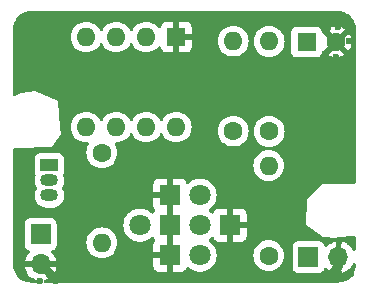
<source format=gbr>
%TF.GenerationSoftware,KiCad,Pcbnew,8.0.5*%
%TF.CreationDate,2025-07-29T10:24:45+02:00*%
%TF.ProjectId,LED_FADER,4c45445f-4641-4444-9552-2e6b69636164,rev?*%
%TF.SameCoordinates,Original*%
%TF.FileFunction,Copper,L2,Bot*%
%TF.FilePolarity,Positive*%
%FSLAX46Y46*%
G04 Gerber Fmt 4.6, Leading zero omitted, Abs format (unit mm)*
G04 Created by KiCad (PCBNEW 8.0.5) date 2025-07-29 10:24:45*
%MOMM*%
%LPD*%
G01*
G04 APERTURE LIST*
%TA.AperFunction,ComponentPad*%
%ADD10R,1.500000X1.050000*%
%TD*%
%TA.AperFunction,ComponentPad*%
%ADD11O,1.500000X1.050000*%
%TD*%
%TA.AperFunction,ComponentPad*%
%ADD12C,1.600000*%
%TD*%
%TA.AperFunction,ComponentPad*%
%ADD13O,1.600000X1.600000*%
%TD*%
%TA.AperFunction,ComponentPad*%
%ADD14R,1.800000X1.800000*%
%TD*%
%TA.AperFunction,ComponentPad*%
%ADD15C,1.800000*%
%TD*%
%TA.AperFunction,ComponentPad*%
%ADD16R,1.600000X1.600000*%
%TD*%
%TA.AperFunction,ComponentPad*%
%ADD17R,1.700000X1.700000*%
%TD*%
%TA.AperFunction,ComponentPad*%
%ADD18O,1.700000X1.700000*%
%TD*%
%TA.AperFunction,ViaPad*%
%ADD19C,0.600000*%
%TD*%
%TA.AperFunction,Conductor*%
%ADD20C,0.750000*%
%TD*%
G04 APERTURE END LIST*
D10*
%TO.P,U2,1,VO*%
%TO.N,Net-(U2-VO)*%
X125940000Y-89540000D03*
D11*
%TO.P,U2,2,GND*%
%TO.N,Net-(U1-THR)*%
X125940000Y-90810000D03*
%TO.P,U2,3,VI*%
%TO.N,VCC*%
X125940000Y-92080000D03*
%TD*%
D12*
%TO.P,R3,1*%
%TO.N,Net-(U1-DIS)*%
X141510000Y-86630000D03*
D13*
%TO.P,R3,2*%
%TO.N,Net-(U1-THR)*%
X141510000Y-79010000D03*
%TD*%
D14*
%TO.P,D4,1,K*%
%TO.N,GND*%
X141235000Y-94610000D03*
D15*
%TO.P,D4,2,A*%
%TO.N,Net-(D1-A)*%
X138695000Y-94610000D03*
%TD*%
D12*
%TO.P,R1,1*%
%TO.N,VCC*%
X144550000Y-86660000D03*
D13*
%TO.P,R1,2*%
%TO.N,Net-(U1-Q)*%
X144550000Y-79040000D03*
%TD*%
D14*
%TO.P,D3,1,K*%
%TO.N,GND*%
X136155000Y-94610000D03*
D15*
%TO.P,D3,2,A*%
%TO.N,Net-(D1-A)*%
X133615000Y-94610000D03*
%TD*%
D16*
%TO.P,U1,1,GND*%
%TO.N,GND*%
X136680000Y-78670000D03*
D13*
%TO.P,U1,2,TR*%
%TO.N,Net-(U1-THR)*%
X134140000Y-78670000D03*
%TO.P,U1,3,Q*%
%TO.N,Net-(U1-Q)*%
X131600000Y-78670000D03*
%TO.P,U1,4,R*%
%TO.N,VCC*%
X129060000Y-78670000D03*
%TO.P,U1,5,CV*%
%TO.N,unconnected-(U1-CV-Pad5)*%
X129060000Y-86290000D03*
%TO.P,U1,6,THR*%
%TO.N,Net-(U1-THR)*%
X131600000Y-86290000D03*
%TO.P,U1,7,DIS*%
%TO.N,Net-(U1-DIS)*%
X134140000Y-86290000D03*
%TO.P,U1,8,VCC*%
%TO.N,VCC*%
X136680000Y-86290000D03*
%TD*%
D12*
%TO.P,R4,1*%
%TO.N,Net-(U2-VO)*%
X130380000Y-88470000D03*
D13*
%TO.P,R4,2*%
%TO.N,Net-(D1-A)*%
X130380000Y-96090000D03*
%TD*%
D16*
%TO.P,C1,1*%
%TO.N,Net-(U1-THR)*%
X147720000Y-79090000D03*
D12*
%TO.P,C1,2*%
%TO.N,GND*%
X150220000Y-79090000D03*
%TD*%
D17*
%TO.P,J2,1,Pin_1*%
%TO.N,VCC*%
X147880000Y-97300000D03*
D18*
%TO.P,J2,2,Pin_2*%
%TO.N,GND*%
X150420000Y-97300000D03*
%TD*%
D14*
%TO.P,D1,1,K*%
%TO.N,GND*%
X136155000Y-92070000D03*
D15*
%TO.P,D1,2,A*%
%TO.N,Net-(D1-A)*%
X138695000Y-92070000D03*
%TD*%
D14*
%TO.P,D2,1,K*%
%TO.N,GND*%
X136155000Y-97150000D03*
D15*
%TO.P,D2,2,A*%
%TO.N,Net-(D1-A)*%
X138695000Y-97150000D03*
%TD*%
D12*
%TO.P,R2,1*%
%TO.N,VCC*%
X144510000Y-97180000D03*
D13*
%TO.P,R2,2*%
%TO.N,Net-(U1-DIS)*%
X144510000Y-89560000D03*
%TD*%
D17*
%TO.P,J3,1,Pin_1*%
%TO.N,VCC*%
X125200000Y-95375000D03*
D18*
%TO.P,J3,2,Pin_2*%
%TO.N,GND*%
X125200000Y-97915000D03*
%TD*%
D19*
%TO.N,GND*%
X150370000Y-77840000D03*
X150440000Y-96020000D03*
X149710000Y-95980000D03*
X151150000Y-80090000D03*
X150425000Y-98680000D03*
X151350000Y-79020000D03*
X149570000Y-77930000D03*
X151200000Y-78060000D03*
X123630000Y-97970000D03*
X151455000Y-98700000D03*
X150240000Y-80360000D03*
X125120000Y-99350000D03*
X151430000Y-96020000D03*
X123910000Y-99080000D03*
X126520000Y-99330000D03*
X126770000Y-97960000D03*
X149615000Y-98900000D03*
%TD*%
D20*
%TO.N,GND*%
X150420000Y-98095000D02*
X150420000Y-97300000D01*
X149525000Y-98990000D02*
X150420000Y-98095000D01*
X125200000Y-97915000D02*
X126275000Y-98990000D01*
X150425000Y-97305000D02*
X150420000Y-97300000D01*
X126275000Y-98990000D02*
X149525000Y-98990000D01*
%TD*%
%TA.AperFunction,Conductor*%
%TO.N,GND*%
G36*
X136405000Y-96774722D02*
G01*
X136328694Y-96730667D01*
X136214244Y-96700000D01*
X136095756Y-96700000D01*
X135981306Y-96730667D01*
X135905000Y-96774722D01*
X135905000Y-94985277D01*
X135981306Y-95029333D01*
X136095756Y-95060000D01*
X136214244Y-95060000D01*
X136328694Y-95029333D01*
X136405000Y-94985277D01*
X136405000Y-96774722D01*
G37*
%TD.AperFunction*%
%TA.AperFunction,Conductor*%
G36*
X136405000Y-94234722D02*
G01*
X136328694Y-94190667D01*
X136214244Y-94160000D01*
X136095756Y-94160000D01*
X135981306Y-94190667D01*
X135905000Y-94234722D01*
X135905000Y-92445277D01*
X135981306Y-92489333D01*
X136095756Y-92520000D01*
X136214244Y-92520000D01*
X136328694Y-92489333D01*
X136405000Y-92445277D01*
X136405000Y-94234722D01*
G37*
%TD.AperFunction*%
%TA.AperFunction,Conductor*%
G36*
X150384418Y-76460816D02*
G01*
X150584561Y-76475130D01*
X150602063Y-76477647D01*
X150793797Y-76519355D01*
X150810755Y-76524334D01*
X150994609Y-76592909D01*
X151010701Y-76600259D01*
X151182904Y-76694288D01*
X151197784Y-76703849D01*
X151354867Y-76821441D01*
X151368237Y-76833027D01*
X151506972Y-76971762D01*
X151518558Y-76985132D01*
X151636146Y-77142210D01*
X151645711Y-77157095D01*
X151739740Y-77329298D01*
X151747090Y-77345390D01*
X151815662Y-77529236D01*
X151820646Y-77546212D01*
X151862351Y-77737931D01*
X151864869Y-77755442D01*
X151879184Y-77955580D01*
X151879500Y-77964427D01*
X151879500Y-90981174D01*
X151859815Y-91048213D01*
X151807011Y-91093968D01*
X151755933Y-91105173D01*
X149011407Y-91114746D01*
X149011406Y-91114746D01*
X147771548Y-92425270D01*
X147771548Y-92425272D01*
X147632288Y-94559727D01*
X147632289Y-94559727D01*
X147632289Y-94559728D01*
X149063916Y-95557827D01*
X149109075Y-95589311D01*
X149109078Y-95589313D01*
X149515611Y-95634430D01*
X149873652Y-95674166D01*
X149873656Y-95674165D01*
X149873661Y-95674166D01*
X151490102Y-95536595D01*
X151744985Y-95514903D01*
X151813452Y-95528831D01*
X151863520Y-95577565D01*
X151879500Y-95638456D01*
X151879500Y-96676208D01*
X151859815Y-96743247D01*
X151807011Y-96789002D01*
X151737853Y-96798946D01*
X151674297Y-96769921D01*
X151643118Y-96728613D01*
X151593600Y-96622422D01*
X151593599Y-96622420D01*
X151458113Y-96428926D01*
X151458108Y-96428920D01*
X151291082Y-96261894D01*
X151097578Y-96126399D01*
X150883492Y-96026570D01*
X150883486Y-96026567D01*
X150670000Y-95969364D01*
X150670000Y-96866988D01*
X150612993Y-96834075D01*
X150485826Y-96800000D01*
X150354174Y-96800000D01*
X150227007Y-96834075D01*
X150170000Y-96866988D01*
X150170000Y-95969364D01*
X150169999Y-95969364D01*
X149956513Y-96026567D01*
X149956507Y-96026570D01*
X149742422Y-96126399D01*
X149742420Y-96126400D01*
X149548926Y-96261886D01*
X149426865Y-96383947D01*
X149365542Y-96417431D01*
X149295850Y-96412447D01*
X149239917Y-96370575D01*
X149223002Y-96339598D01*
X149220348Y-96332483D01*
X149173796Y-96207669D01*
X149173795Y-96207668D01*
X149173793Y-96207664D01*
X149087547Y-96092455D01*
X149087544Y-96092452D01*
X148972335Y-96006206D01*
X148972328Y-96006202D01*
X148837482Y-95955908D01*
X148837483Y-95955908D01*
X148777883Y-95949501D01*
X148777881Y-95949500D01*
X148777873Y-95949500D01*
X148777864Y-95949500D01*
X146982129Y-95949500D01*
X146982123Y-95949501D01*
X146922516Y-95955908D01*
X146787671Y-96006202D01*
X146787664Y-96006206D01*
X146672455Y-96092452D01*
X146672452Y-96092455D01*
X146586206Y-96207664D01*
X146586202Y-96207671D01*
X146535908Y-96342517D01*
X146529501Y-96402116D01*
X146529500Y-96402135D01*
X146529500Y-98197870D01*
X146529501Y-98197876D01*
X146535908Y-98257483D01*
X146586202Y-98392328D01*
X146586206Y-98392335D01*
X146672452Y-98507544D01*
X146672455Y-98507547D01*
X146787664Y-98593793D01*
X146787671Y-98593797D01*
X146922517Y-98644091D01*
X146922516Y-98644091D01*
X146929444Y-98644835D01*
X146982127Y-98650500D01*
X148777872Y-98650499D01*
X148837483Y-98644091D01*
X148972331Y-98593796D01*
X149087546Y-98507546D01*
X149173796Y-98392331D01*
X149180713Y-98373787D01*
X149194021Y-98338105D01*
X149223002Y-98260401D01*
X149264872Y-98204468D01*
X149330337Y-98180050D01*
X149398610Y-98194901D01*
X149426865Y-98216053D01*
X149548917Y-98338105D01*
X149742421Y-98473600D01*
X149956507Y-98573429D01*
X149956516Y-98573433D01*
X150170000Y-98630634D01*
X150170000Y-97733012D01*
X150227007Y-97765925D01*
X150354174Y-97800000D01*
X150485826Y-97800000D01*
X150612993Y-97765925D01*
X150670000Y-97733012D01*
X150670000Y-98630633D01*
X150883483Y-98573433D01*
X150883492Y-98573429D01*
X151097578Y-98473600D01*
X151291082Y-98338105D01*
X151458105Y-98171082D01*
X151593600Y-97977577D01*
X151593601Y-97977575D01*
X151643118Y-97871387D01*
X151689290Y-97818947D01*
X151756483Y-97799795D01*
X151823365Y-97820011D01*
X151868699Y-97873176D01*
X151879500Y-97923791D01*
X151879500Y-97955572D01*
X151879184Y-97964419D01*
X151864869Y-98164557D01*
X151862351Y-98182068D01*
X151820646Y-98373787D01*
X151815662Y-98390763D01*
X151747090Y-98574609D01*
X151739740Y-98590701D01*
X151645711Y-98762904D01*
X151636146Y-98777789D01*
X151518558Y-98934867D01*
X151506972Y-98948237D01*
X151368237Y-99086972D01*
X151354867Y-99098558D01*
X151197789Y-99216146D01*
X151182904Y-99225711D01*
X151010701Y-99319740D01*
X150994609Y-99327090D01*
X150810763Y-99395662D01*
X150793787Y-99400646D01*
X150602068Y-99442351D01*
X150584557Y-99444869D01*
X150403779Y-99457799D01*
X150384417Y-99459184D01*
X150375572Y-99459500D01*
X125593722Y-99459500D01*
X125526683Y-99439815D01*
X125480928Y-99387011D01*
X125470984Y-99317853D01*
X125500009Y-99254297D01*
X125558787Y-99216523D01*
X125561629Y-99215725D01*
X125663483Y-99188433D01*
X125663492Y-99188429D01*
X125877578Y-99088600D01*
X126071082Y-98953105D01*
X126238105Y-98786082D01*
X126373600Y-98592578D01*
X126473429Y-98378492D01*
X126473432Y-98378486D01*
X126530636Y-98165000D01*
X125633012Y-98165000D01*
X125665925Y-98107993D01*
X125700000Y-97980826D01*
X125700000Y-97849174D01*
X125665925Y-97722007D01*
X125633012Y-97665000D01*
X126530636Y-97665000D01*
X126530635Y-97664999D01*
X126473432Y-97451513D01*
X126473429Y-97451507D01*
X126373600Y-97237422D01*
X126373599Y-97237420D01*
X126238113Y-97043926D01*
X126238108Y-97043920D01*
X126116053Y-96921865D01*
X126082568Y-96860542D01*
X126087552Y-96790850D01*
X126129424Y-96734917D01*
X126160400Y-96718002D01*
X126249847Y-96684641D01*
X126292326Y-96668798D01*
X126292326Y-96668797D01*
X126292331Y-96668796D01*
X126407546Y-96582546D01*
X126493796Y-96467331D01*
X126544091Y-96332483D01*
X126550500Y-96272873D01*
X126550500Y-96089998D01*
X129074532Y-96089998D01*
X129074532Y-96090001D01*
X129094364Y-96316686D01*
X129094366Y-96316697D01*
X129153258Y-96536488D01*
X129153261Y-96536497D01*
X129249431Y-96742732D01*
X129249432Y-96742734D01*
X129379954Y-96929141D01*
X129540858Y-97090045D01*
X129565083Y-97107007D01*
X129727266Y-97220568D01*
X129933504Y-97316739D01*
X129933509Y-97316740D01*
X129933511Y-97316741D01*
X129986415Y-97330916D01*
X130153308Y-97375635D01*
X130315230Y-97389801D01*
X130379998Y-97395468D01*
X130380000Y-97395468D01*
X130380002Y-97395468D01*
X130436673Y-97390509D01*
X130606692Y-97375635D01*
X130826496Y-97316739D01*
X131032734Y-97220568D01*
X131219139Y-97090047D01*
X131380047Y-96929139D01*
X131510568Y-96742734D01*
X131606739Y-96536496D01*
X131665635Y-96316692D01*
X131685253Y-96092454D01*
X131685468Y-96090001D01*
X131685468Y-96089998D01*
X131674909Y-95969313D01*
X131665635Y-95863308D01*
X131606739Y-95643504D01*
X131510568Y-95437266D01*
X131380047Y-95250861D01*
X131380045Y-95250858D01*
X131219141Y-95089954D01*
X131032734Y-94959432D01*
X131032732Y-94959431D01*
X130826497Y-94863261D01*
X130826488Y-94863258D01*
X130606697Y-94804366D01*
X130606693Y-94804365D01*
X130606692Y-94804365D01*
X130606691Y-94804364D01*
X130606686Y-94804364D01*
X130380002Y-94784532D01*
X130379998Y-94784532D01*
X130153313Y-94804364D01*
X130153302Y-94804366D01*
X129933511Y-94863258D01*
X129933502Y-94863261D01*
X129727267Y-94959431D01*
X129727265Y-94959432D01*
X129540858Y-95089954D01*
X129379954Y-95250858D01*
X129249432Y-95437265D01*
X129249431Y-95437267D01*
X129153261Y-95643502D01*
X129153258Y-95643511D01*
X129094366Y-95863302D01*
X129094364Y-95863313D01*
X129074532Y-96089998D01*
X126550500Y-96089998D01*
X126550499Y-94609993D01*
X132209700Y-94609993D01*
X132209700Y-94610006D01*
X132228864Y-94841297D01*
X132228866Y-94841308D01*
X132285842Y-95066300D01*
X132379075Y-95278848D01*
X132506016Y-95473147D01*
X132506019Y-95473151D01*
X132506021Y-95473153D01*
X132663216Y-95643913D01*
X132663219Y-95643915D01*
X132663222Y-95643918D01*
X132846365Y-95786464D01*
X132846371Y-95786468D01*
X132846374Y-95786470D01*
X133050497Y-95896936D01*
X133121010Y-95921143D01*
X133270015Y-95972297D01*
X133270017Y-95972297D01*
X133270019Y-95972298D01*
X133498951Y-96010500D01*
X133498952Y-96010500D01*
X133731048Y-96010500D01*
X133731049Y-96010500D01*
X133959981Y-95972298D01*
X134179503Y-95896936D01*
X134383626Y-95786470D01*
X134389182Y-95782146D01*
X134526740Y-95675080D01*
X134566784Y-95643913D01*
X134575511Y-95634432D01*
X134635394Y-95598441D01*
X134705232Y-95600538D01*
X134762850Y-95640060D01*
X134782924Y-95675080D01*
X134811645Y-95752086D01*
X134811647Y-95752088D01*
X134851772Y-95805689D01*
X134876189Y-95871153D01*
X134861338Y-95939426D01*
X134851772Y-95954311D01*
X134811647Y-96007911D01*
X134811645Y-96007913D01*
X134761403Y-96142620D01*
X134761401Y-96142627D01*
X134755000Y-96202155D01*
X134755000Y-96900000D01*
X135779722Y-96900000D01*
X135735667Y-96976306D01*
X135705000Y-97090756D01*
X135705000Y-97209244D01*
X135735667Y-97323694D01*
X135779722Y-97400000D01*
X134755000Y-97400000D01*
X134755000Y-98097844D01*
X134761401Y-98157372D01*
X134761403Y-98157379D01*
X134811645Y-98292086D01*
X134811649Y-98292093D01*
X134897809Y-98407187D01*
X134897812Y-98407190D01*
X135012906Y-98493350D01*
X135012913Y-98493354D01*
X135147620Y-98543596D01*
X135147627Y-98543598D01*
X135207155Y-98549999D01*
X135207172Y-98550000D01*
X135905000Y-98550000D01*
X135905000Y-97525277D01*
X135981306Y-97569333D01*
X136095756Y-97600000D01*
X136214244Y-97600000D01*
X136328694Y-97569333D01*
X136405000Y-97525277D01*
X136405000Y-98550000D01*
X137102828Y-98550000D01*
X137102844Y-98549999D01*
X137162372Y-98543598D01*
X137162379Y-98543596D01*
X137297086Y-98493354D01*
X137297093Y-98493350D01*
X137412187Y-98407190D01*
X137412190Y-98407187D01*
X137498350Y-98292093D01*
X137498355Y-98292084D01*
X137527075Y-98215081D01*
X137568945Y-98159147D01*
X137634409Y-98134729D01*
X137702682Y-98149580D01*
X137734484Y-98174428D01*
X137743216Y-98183913D01*
X137743219Y-98183915D01*
X137743222Y-98183918D01*
X137926365Y-98326464D01*
X137926371Y-98326468D01*
X137926374Y-98326470D01*
X138130497Y-98436936D01*
X138237296Y-98473600D01*
X138350015Y-98512297D01*
X138350017Y-98512297D01*
X138350019Y-98512298D01*
X138578951Y-98550500D01*
X138578952Y-98550500D01*
X138811048Y-98550500D01*
X138811049Y-98550500D01*
X139039981Y-98512298D01*
X139259503Y-98436936D01*
X139463626Y-98326470D01*
X139646784Y-98183913D01*
X139803979Y-98013153D01*
X139930924Y-97818849D01*
X140024157Y-97606300D01*
X140081134Y-97381305D01*
X140086484Y-97316738D01*
X140097815Y-97179998D01*
X143204532Y-97179998D01*
X143204532Y-97180001D01*
X143224364Y-97406686D01*
X143224366Y-97406697D01*
X143283258Y-97626488D01*
X143283261Y-97626497D01*
X143379431Y-97832732D01*
X143379432Y-97832734D01*
X143509954Y-98019141D01*
X143670858Y-98180045D01*
X143670861Y-98180047D01*
X143857266Y-98310568D01*
X144063504Y-98406739D01*
X144063509Y-98406740D01*
X144063511Y-98406741D01*
X144116415Y-98420916D01*
X144283308Y-98465635D01*
X144445230Y-98479801D01*
X144509998Y-98485468D01*
X144510000Y-98485468D01*
X144510002Y-98485468D01*
X144566673Y-98480509D01*
X144736692Y-98465635D01*
X144956496Y-98406739D01*
X145162734Y-98310568D01*
X145349139Y-98180047D01*
X145510047Y-98019139D01*
X145640568Y-97832734D01*
X145736739Y-97626496D01*
X145795635Y-97406692D01*
X145815468Y-97180000D01*
X145795635Y-96953308D01*
X145736739Y-96733504D01*
X145640568Y-96527266D01*
X145510047Y-96340861D01*
X145510045Y-96340858D01*
X145349141Y-96179954D01*
X145162734Y-96049432D01*
X145162732Y-96049431D01*
X144956497Y-95953261D01*
X144956488Y-95953258D01*
X144736697Y-95894366D01*
X144736693Y-95894365D01*
X144736692Y-95894365D01*
X144736691Y-95894364D01*
X144736686Y-95894364D01*
X144510002Y-95874532D01*
X144509998Y-95874532D01*
X144283313Y-95894364D01*
X144283302Y-95894366D01*
X144063511Y-95953258D01*
X144063502Y-95953261D01*
X143857267Y-96049431D01*
X143857265Y-96049432D01*
X143670858Y-96179954D01*
X143509954Y-96340858D01*
X143379432Y-96527265D01*
X143379431Y-96527267D01*
X143283261Y-96733502D01*
X143283258Y-96733511D01*
X143224366Y-96953302D01*
X143224364Y-96953313D01*
X143204532Y-97179998D01*
X140097815Y-97179998D01*
X140100300Y-97150006D01*
X140100300Y-97149993D01*
X140081135Y-96918702D01*
X140081133Y-96918691D01*
X140024157Y-96693699D01*
X139930924Y-96481151D01*
X139803983Y-96286852D01*
X139803980Y-96286849D01*
X139803979Y-96286847D01*
X139646784Y-96116087D01*
X139469180Y-95977853D01*
X139428368Y-95921143D01*
X139424693Y-95851370D01*
X139459324Y-95790687D01*
X139469181Y-95782146D01*
X139646784Y-95643913D01*
X139655511Y-95634432D01*
X139715394Y-95598441D01*
X139785232Y-95600538D01*
X139842850Y-95640060D01*
X139862924Y-95675080D01*
X139891645Y-95752086D01*
X139891649Y-95752093D01*
X139977809Y-95867187D01*
X139977812Y-95867190D01*
X140092906Y-95953350D01*
X140092913Y-95953354D01*
X140227620Y-96003596D01*
X140227627Y-96003598D01*
X140287155Y-96009999D01*
X140287172Y-96010000D01*
X140985000Y-96010000D01*
X140985000Y-94985277D01*
X141061306Y-95029333D01*
X141175756Y-95060000D01*
X141294244Y-95060000D01*
X141408694Y-95029333D01*
X141485000Y-94985277D01*
X141485000Y-96010000D01*
X142182828Y-96010000D01*
X142182844Y-96009999D01*
X142242372Y-96003598D01*
X142242379Y-96003596D01*
X142377086Y-95953354D01*
X142377093Y-95953350D01*
X142492187Y-95867190D01*
X142492190Y-95867187D01*
X142578350Y-95752093D01*
X142578354Y-95752086D01*
X142628596Y-95617379D01*
X142628598Y-95617372D01*
X142634999Y-95557844D01*
X142635000Y-95557827D01*
X142635000Y-94860000D01*
X141610278Y-94860000D01*
X141654333Y-94783694D01*
X141685000Y-94669244D01*
X141685000Y-94550756D01*
X141654333Y-94436306D01*
X141610278Y-94360000D01*
X142635000Y-94360000D01*
X142635000Y-93662172D01*
X142634999Y-93662155D01*
X142628598Y-93602627D01*
X142628596Y-93602620D01*
X142578354Y-93467913D01*
X142578350Y-93467906D01*
X142492190Y-93352812D01*
X142492187Y-93352809D01*
X142377093Y-93266649D01*
X142377086Y-93266645D01*
X142242379Y-93216403D01*
X142242372Y-93216401D01*
X142182844Y-93210000D01*
X141485000Y-93210000D01*
X141485000Y-94234722D01*
X141408694Y-94190667D01*
X141294244Y-94160000D01*
X141175756Y-94160000D01*
X141061306Y-94190667D01*
X140985000Y-94234722D01*
X140985000Y-93210000D01*
X140287155Y-93210000D01*
X140227627Y-93216401D01*
X140227620Y-93216403D01*
X140092913Y-93266645D01*
X140092906Y-93266649D01*
X139977812Y-93352809D01*
X139977809Y-93352812D01*
X139891649Y-93467906D01*
X139891646Y-93467911D01*
X139862924Y-93544920D01*
X139821052Y-93600853D01*
X139755588Y-93625270D01*
X139687315Y-93610418D01*
X139655514Y-93585571D01*
X139646784Y-93576087D01*
X139469180Y-93437853D01*
X139428368Y-93381143D01*
X139424693Y-93311370D01*
X139459324Y-93250687D01*
X139469181Y-93242146D01*
X139646784Y-93103913D01*
X139803979Y-92933153D01*
X139930924Y-92738849D01*
X140024157Y-92526300D01*
X140081134Y-92301305D01*
X140091102Y-92181007D01*
X140100300Y-92070006D01*
X140100300Y-92069993D01*
X140081135Y-91838702D01*
X140081133Y-91838691D01*
X140024157Y-91613699D01*
X139930924Y-91401151D01*
X139803983Y-91206852D01*
X139803980Y-91206849D01*
X139803979Y-91206847D01*
X139646784Y-91036087D01*
X139646779Y-91036083D01*
X139646777Y-91036081D01*
X139463634Y-90893535D01*
X139463628Y-90893531D01*
X139259504Y-90783064D01*
X139259495Y-90783061D01*
X139039984Y-90707702D01*
X138852404Y-90676401D01*
X138811049Y-90669500D01*
X138578951Y-90669500D01*
X138537596Y-90676401D01*
X138350015Y-90707702D01*
X138130504Y-90783061D01*
X138130495Y-90783064D01*
X137926371Y-90893531D01*
X137926365Y-90893535D01*
X137743222Y-91036081D01*
X137743215Y-91036087D01*
X137734484Y-91045572D01*
X137674595Y-91081561D01*
X137604757Y-91079458D01*
X137547143Y-91039932D01*
X137527075Y-91004918D01*
X137498355Y-90927915D01*
X137498350Y-90927906D01*
X137412190Y-90812812D01*
X137412187Y-90812809D01*
X137297093Y-90726649D01*
X137297086Y-90726645D01*
X137162379Y-90676403D01*
X137162372Y-90676401D01*
X137102844Y-90670000D01*
X136405000Y-90670000D01*
X136405000Y-91694722D01*
X136328694Y-91650667D01*
X136214244Y-91620000D01*
X136095756Y-91620000D01*
X135981306Y-91650667D01*
X135905000Y-91694722D01*
X135905000Y-90670000D01*
X135207155Y-90670000D01*
X135147627Y-90676401D01*
X135147620Y-90676403D01*
X135012913Y-90726645D01*
X135012906Y-90726649D01*
X134897812Y-90812809D01*
X134897809Y-90812812D01*
X134811649Y-90927906D01*
X134811645Y-90927913D01*
X134761403Y-91062620D01*
X134761401Y-91062627D01*
X134755000Y-91122155D01*
X134755000Y-91820000D01*
X135779722Y-91820000D01*
X135735667Y-91896306D01*
X135705000Y-92010756D01*
X135705000Y-92129244D01*
X135735667Y-92243694D01*
X135779722Y-92320000D01*
X134755000Y-92320000D01*
X134755000Y-93017844D01*
X134761401Y-93077372D01*
X134761403Y-93077379D01*
X134811645Y-93212086D01*
X134811647Y-93212088D01*
X134851772Y-93265689D01*
X134876189Y-93331153D01*
X134861338Y-93399426D01*
X134851772Y-93414311D01*
X134811647Y-93467911D01*
X134811646Y-93467911D01*
X134782924Y-93544920D01*
X134741052Y-93600853D01*
X134675588Y-93625270D01*
X134607315Y-93610418D01*
X134575514Y-93585571D01*
X134566784Y-93576087D01*
X134566779Y-93576083D01*
X134566777Y-93576081D01*
X134383634Y-93433535D01*
X134383628Y-93433531D01*
X134179504Y-93323064D01*
X134179495Y-93323061D01*
X133959984Y-93247702D01*
X133772404Y-93216401D01*
X133731049Y-93209500D01*
X133498951Y-93209500D01*
X133457596Y-93216401D01*
X133270015Y-93247702D01*
X133050504Y-93323061D01*
X133050495Y-93323064D01*
X132846371Y-93433531D01*
X132846365Y-93433535D01*
X132663222Y-93576081D01*
X132663219Y-93576084D01*
X132663216Y-93576086D01*
X132663216Y-93576087D01*
X132638791Y-93602620D01*
X132506016Y-93746852D01*
X132379075Y-93941151D01*
X132285842Y-94153699D01*
X132228866Y-94378691D01*
X132228864Y-94378702D01*
X132209700Y-94609993D01*
X126550499Y-94609993D01*
X126550499Y-94477128D01*
X126544091Y-94417517D01*
X126529611Y-94378695D01*
X126493797Y-94282671D01*
X126493793Y-94282664D01*
X126407547Y-94167455D01*
X126407544Y-94167452D01*
X126292335Y-94081206D01*
X126292328Y-94081202D01*
X126157482Y-94030908D01*
X126157483Y-94030908D01*
X126097883Y-94024501D01*
X126097881Y-94024500D01*
X126097873Y-94024500D01*
X126097864Y-94024500D01*
X124302129Y-94024500D01*
X124302123Y-94024501D01*
X124242516Y-94030908D01*
X124107671Y-94081202D01*
X124107664Y-94081206D01*
X123992455Y-94167452D01*
X123992452Y-94167455D01*
X123906206Y-94282664D01*
X123906202Y-94282671D01*
X123855908Y-94417517D01*
X123849501Y-94477116D01*
X123849501Y-94477123D01*
X123849500Y-94477135D01*
X123849500Y-96272870D01*
X123849501Y-96272876D01*
X123855908Y-96332483D01*
X123906202Y-96467328D01*
X123906206Y-96467335D01*
X123992452Y-96582544D01*
X123992455Y-96582547D01*
X124107664Y-96668793D01*
X124107671Y-96668797D01*
X124169902Y-96692007D01*
X124239598Y-96718002D01*
X124295531Y-96759873D01*
X124319949Y-96825337D01*
X124305098Y-96893610D01*
X124283947Y-96921865D01*
X124161886Y-97043926D01*
X124026400Y-97237420D01*
X124026399Y-97237422D01*
X123926570Y-97451507D01*
X123926567Y-97451513D01*
X123869364Y-97664999D01*
X123869364Y-97665000D01*
X124766988Y-97665000D01*
X124734075Y-97722007D01*
X124700000Y-97849174D01*
X124700000Y-97980826D01*
X124734075Y-98107993D01*
X124766988Y-98165000D01*
X123869364Y-98165000D01*
X123926567Y-98378486D01*
X123926570Y-98378492D01*
X124026399Y-98592578D01*
X124161894Y-98786082D01*
X124328917Y-98953105D01*
X124522421Y-99088600D01*
X124736507Y-99188429D01*
X124736516Y-99188433D01*
X124838371Y-99215725D01*
X124898032Y-99252090D01*
X124928561Y-99314937D01*
X124920266Y-99384312D01*
X124875781Y-99438190D01*
X124809229Y-99459465D01*
X124806278Y-99459500D01*
X124384428Y-99459500D01*
X124375582Y-99459184D01*
X124353622Y-99457613D01*
X124175442Y-99444869D01*
X124157931Y-99442351D01*
X123966212Y-99400646D01*
X123949236Y-99395662D01*
X123765390Y-99327090D01*
X123749298Y-99319740D01*
X123577095Y-99225711D01*
X123562210Y-99216146D01*
X123405132Y-99098558D01*
X123391762Y-99086972D01*
X123253027Y-98948237D01*
X123241441Y-98934867D01*
X123123849Y-98777784D01*
X123114288Y-98762904D01*
X123020259Y-98590701D01*
X123012909Y-98574609D01*
X122989668Y-98512298D01*
X122944334Y-98390755D01*
X122939355Y-98373797D01*
X122897647Y-98182063D01*
X122895130Y-98164556D01*
X122894743Y-98159147D01*
X122880816Y-97964418D01*
X122880500Y-97955572D01*
X122880500Y-88967135D01*
X124689500Y-88967135D01*
X124689500Y-90112870D01*
X124689501Y-90112876D01*
X124695908Y-90172483D01*
X124746202Y-90307328D01*
X124746203Y-90307330D01*
X124746204Y-90307331D01*
X124747028Y-90308432D01*
X124747509Y-90309721D01*
X124750454Y-90315114D01*
X124749678Y-90315537D01*
X124771448Y-90373895D01*
X124762325Y-90430198D01*
X124728910Y-90510868D01*
X124728907Y-90510880D01*
X124689500Y-90708992D01*
X124689500Y-90911007D01*
X124728907Y-91109119D01*
X124728909Y-91109127D01*
X124806213Y-91295755D01*
X124859904Y-91376109D01*
X124880782Y-91442787D01*
X124862297Y-91510167D01*
X124859904Y-91513891D01*
X124806213Y-91594244D01*
X124728909Y-91780872D01*
X124728907Y-91780880D01*
X124689500Y-91978992D01*
X124689500Y-92181007D01*
X124728907Y-92379119D01*
X124728909Y-92379127D01*
X124806212Y-92565752D01*
X124806217Y-92565762D01*
X124918441Y-92733718D01*
X125061281Y-92876558D01*
X125229237Y-92988782D01*
X125229241Y-92988784D01*
X125229244Y-92988786D01*
X125415873Y-93066091D01*
X125558344Y-93094430D01*
X125613992Y-93105499D01*
X125613996Y-93105500D01*
X125613997Y-93105500D01*
X126266004Y-93105500D01*
X126266005Y-93105499D01*
X126464127Y-93066091D01*
X126650756Y-92988786D01*
X126818718Y-92876558D01*
X126961558Y-92733718D01*
X127073786Y-92565756D01*
X127151091Y-92379127D01*
X127190500Y-92181003D01*
X127190500Y-91978997D01*
X127151091Y-91780873D01*
X127073786Y-91594244D01*
X127020094Y-91513889D01*
X126999217Y-91447214D01*
X127017701Y-91379834D01*
X127020078Y-91376134D01*
X127073786Y-91295756D01*
X127151091Y-91109127D01*
X127190500Y-90911003D01*
X127190500Y-90708997D01*
X127151091Y-90510873D01*
X127117673Y-90430198D01*
X127110205Y-90360730D01*
X127129964Y-90315340D01*
X127129547Y-90315112D01*
X127132095Y-90310444D01*
X127132972Y-90308431D01*
X127133796Y-90307331D01*
X127184091Y-90172483D01*
X127190500Y-90112873D01*
X127190499Y-88967128D01*
X127184091Y-88907517D01*
X127183997Y-88907266D01*
X127133797Y-88772671D01*
X127133793Y-88772664D01*
X127047547Y-88657455D01*
X127047544Y-88657452D01*
X126932335Y-88571206D01*
X126932328Y-88571202D01*
X126797482Y-88520908D01*
X126797483Y-88520908D01*
X126737883Y-88514501D01*
X126737881Y-88514500D01*
X126737873Y-88514500D01*
X126737864Y-88514500D01*
X125142129Y-88514500D01*
X125142123Y-88514501D01*
X125082516Y-88520908D01*
X124947671Y-88571202D01*
X124947664Y-88571206D01*
X124832455Y-88657452D01*
X124832452Y-88657455D01*
X124746206Y-88772664D01*
X124746202Y-88772671D01*
X124695908Y-88907517D01*
X124689501Y-88967116D01*
X124689501Y-88967123D01*
X124689500Y-88967135D01*
X122880500Y-88967135D01*
X122880500Y-88212445D01*
X122900185Y-88145406D01*
X122952989Y-88099651D01*
X122999969Y-88088528D01*
X126189185Y-87971993D01*
X126924175Y-86859384D01*
X126871243Y-86289998D01*
X127754532Y-86289998D01*
X127754532Y-86290001D01*
X127774364Y-86516686D01*
X127774366Y-86516697D01*
X127833258Y-86736488D01*
X127833261Y-86736497D01*
X127929431Y-86942732D01*
X127929432Y-86942734D01*
X128059954Y-87129141D01*
X128220858Y-87290045D01*
X128220861Y-87290047D01*
X128407266Y-87420568D01*
X128613504Y-87516739D01*
X128833308Y-87575635D01*
X128995230Y-87589801D01*
X129059998Y-87595468D01*
X129060000Y-87595468D01*
X129060001Y-87595468D01*
X129072547Y-87594370D01*
X129162328Y-87586515D01*
X129230826Y-87600281D01*
X129281009Y-87648896D01*
X129296943Y-87716925D01*
X129274710Y-87781165D01*
X129249431Y-87817267D01*
X129153261Y-88023502D01*
X129153258Y-88023511D01*
X129094366Y-88243302D01*
X129094364Y-88243313D01*
X129074532Y-88469998D01*
X129074532Y-88470001D01*
X129094364Y-88696686D01*
X129094366Y-88696697D01*
X129153258Y-88916488D01*
X129153261Y-88916497D01*
X129249431Y-89122732D01*
X129249432Y-89122734D01*
X129379954Y-89309141D01*
X129540858Y-89470045D01*
X129540861Y-89470047D01*
X129727266Y-89600568D01*
X129933504Y-89696739D01*
X130153308Y-89755635D01*
X130315230Y-89769801D01*
X130379998Y-89775468D01*
X130380000Y-89775468D01*
X130380002Y-89775468D01*
X130436673Y-89770509D01*
X130606692Y-89755635D01*
X130826496Y-89696739D01*
X131032734Y-89600568D01*
X131090674Y-89559998D01*
X143204532Y-89559998D01*
X143204532Y-89560001D01*
X143224364Y-89786686D01*
X143224366Y-89786697D01*
X143283258Y-90006488D01*
X143283261Y-90006497D01*
X143379431Y-90212732D01*
X143379432Y-90212734D01*
X143509954Y-90399141D01*
X143670858Y-90560045D01*
X143670861Y-90560047D01*
X143857266Y-90690568D01*
X144063504Y-90786739D01*
X144283308Y-90845635D01*
X144445230Y-90859801D01*
X144509998Y-90865468D01*
X144510000Y-90865468D01*
X144510002Y-90865468D01*
X144566673Y-90860509D01*
X144736692Y-90845635D01*
X144956496Y-90786739D01*
X145162734Y-90690568D01*
X145349139Y-90560047D01*
X145510047Y-90399139D01*
X145640568Y-90212734D01*
X145736739Y-90006496D01*
X145795635Y-89786692D01*
X145815468Y-89560000D01*
X145795635Y-89333308D01*
X145736739Y-89113504D01*
X145640568Y-88907266D01*
X145510047Y-88720861D01*
X145510045Y-88720858D01*
X145349141Y-88559954D01*
X145162734Y-88429432D01*
X145162732Y-88429431D01*
X144956497Y-88333261D01*
X144956488Y-88333258D01*
X144736697Y-88274366D01*
X144736693Y-88274365D01*
X144736692Y-88274365D01*
X144736691Y-88274364D01*
X144736686Y-88274364D01*
X144510002Y-88254532D01*
X144509998Y-88254532D01*
X144283313Y-88274364D01*
X144283302Y-88274366D01*
X144063511Y-88333258D01*
X144063502Y-88333261D01*
X143857267Y-88429431D01*
X143857265Y-88429432D01*
X143670858Y-88559954D01*
X143509954Y-88720858D01*
X143379432Y-88907265D01*
X143379431Y-88907267D01*
X143283261Y-89113502D01*
X143283258Y-89113511D01*
X143224366Y-89333302D01*
X143224364Y-89333313D01*
X143204532Y-89559998D01*
X131090674Y-89559998D01*
X131219139Y-89470047D01*
X131380047Y-89309139D01*
X131510568Y-89122734D01*
X131606739Y-88916496D01*
X131665635Y-88696692D01*
X131685468Y-88470000D01*
X131665635Y-88243308D01*
X131606739Y-88023504D01*
X131510568Y-87817266D01*
X131491814Y-87790483D01*
X131469489Y-87724280D01*
X131486499Y-87656513D01*
X131537447Y-87608700D01*
X131594586Y-87597698D01*
X131594586Y-87595468D01*
X131600002Y-87595468D01*
X131656673Y-87590509D01*
X131826692Y-87575635D01*
X132046496Y-87516739D01*
X132252734Y-87420568D01*
X132439139Y-87290047D01*
X132600047Y-87129139D01*
X132730568Y-86942734D01*
X132757618Y-86884724D01*
X132803790Y-86832285D01*
X132870983Y-86813133D01*
X132937865Y-86833348D01*
X132982381Y-86884724D01*
X132996517Y-86915038D01*
X133009429Y-86942728D01*
X133009432Y-86942734D01*
X133139954Y-87129141D01*
X133300858Y-87290045D01*
X133300861Y-87290047D01*
X133487266Y-87420568D01*
X133693504Y-87516739D01*
X133913308Y-87575635D01*
X134075230Y-87589801D01*
X134139998Y-87595468D01*
X134140000Y-87595468D01*
X134140002Y-87595468D01*
X134196673Y-87590509D01*
X134366692Y-87575635D01*
X134586496Y-87516739D01*
X134792734Y-87420568D01*
X134979139Y-87290047D01*
X135140047Y-87129139D01*
X135270568Y-86942734D01*
X135297618Y-86884724D01*
X135343790Y-86832285D01*
X135410983Y-86813133D01*
X135477865Y-86833348D01*
X135522381Y-86884724D01*
X135536517Y-86915038D01*
X135549429Y-86942728D01*
X135549432Y-86942734D01*
X135679954Y-87129141D01*
X135840858Y-87290045D01*
X135840861Y-87290047D01*
X136027266Y-87420568D01*
X136233504Y-87516739D01*
X136453308Y-87575635D01*
X136615230Y-87589801D01*
X136679998Y-87595468D01*
X136680000Y-87595468D01*
X136680002Y-87595468D01*
X136736673Y-87590509D01*
X136906692Y-87575635D01*
X137126496Y-87516739D01*
X137332734Y-87420568D01*
X137519139Y-87290047D01*
X137680047Y-87129139D01*
X137810568Y-86942734D01*
X137906739Y-86736496D01*
X137935275Y-86629998D01*
X140204532Y-86629998D01*
X140204532Y-86630001D01*
X140224364Y-86856686D01*
X140224366Y-86856697D01*
X140283258Y-87076488D01*
X140283261Y-87076497D01*
X140379431Y-87282732D01*
X140379432Y-87282734D01*
X140509954Y-87469141D01*
X140670858Y-87630045D01*
X140697780Y-87648896D01*
X140857266Y-87760568D01*
X141063504Y-87856739D01*
X141283308Y-87915635D01*
X141445230Y-87929801D01*
X141509998Y-87935468D01*
X141510000Y-87935468D01*
X141510002Y-87935468D01*
X141566673Y-87930509D01*
X141736692Y-87915635D01*
X141956496Y-87856739D01*
X142162734Y-87760568D01*
X142349139Y-87630047D01*
X142510047Y-87469139D01*
X142640568Y-87282734D01*
X142736739Y-87076496D01*
X142795635Y-86856692D01*
X142812844Y-86659998D01*
X143244532Y-86659998D01*
X143244532Y-86660001D01*
X143264364Y-86886686D01*
X143264366Y-86886697D01*
X143323258Y-87106488D01*
X143323261Y-87106497D01*
X143419431Y-87312732D01*
X143419432Y-87312734D01*
X143549954Y-87499141D01*
X143710858Y-87660045D01*
X143710861Y-87660047D01*
X143897266Y-87790568D01*
X144103504Y-87886739D01*
X144323308Y-87945635D01*
X144485230Y-87959801D01*
X144549998Y-87965468D01*
X144550000Y-87965468D01*
X144550002Y-87965468D01*
X144606673Y-87960509D01*
X144776692Y-87945635D01*
X144996496Y-87886739D01*
X145202734Y-87790568D01*
X145389139Y-87660047D01*
X145550047Y-87499139D01*
X145680568Y-87312734D01*
X145776739Y-87106496D01*
X145835635Y-86886692D01*
X145855468Y-86660000D01*
X145852843Y-86630001D01*
X145848035Y-86575042D01*
X145835635Y-86433308D01*
X145776739Y-86213504D01*
X145680568Y-86007266D01*
X145550047Y-85820861D01*
X145550045Y-85820858D01*
X145389141Y-85659954D01*
X145202734Y-85529432D01*
X145202732Y-85529431D01*
X144996497Y-85433261D01*
X144996488Y-85433258D01*
X144776697Y-85374366D01*
X144776693Y-85374365D01*
X144776692Y-85374365D01*
X144776691Y-85374364D01*
X144776686Y-85374364D01*
X144550002Y-85354532D01*
X144549998Y-85354532D01*
X144323313Y-85374364D01*
X144323302Y-85374366D01*
X144103511Y-85433258D01*
X144103502Y-85433261D01*
X143897267Y-85529431D01*
X143897265Y-85529432D01*
X143710858Y-85659954D01*
X143549954Y-85820858D01*
X143419432Y-86007265D01*
X143419431Y-86007267D01*
X143323261Y-86213502D01*
X143323258Y-86213511D01*
X143264366Y-86433302D01*
X143264364Y-86433313D01*
X143244532Y-86659998D01*
X142812844Y-86659998D01*
X142815468Y-86630000D01*
X142795635Y-86403308D01*
X142736739Y-86183504D01*
X142640568Y-85977266D01*
X142510047Y-85790861D01*
X142510045Y-85790858D01*
X142349141Y-85629954D01*
X142162734Y-85499432D01*
X142162732Y-85499431D01*
X141956497Y-85403261D01*
X141956488Y-85403258D01*
X141736697Y-85344366D01*
X141736693Y-85344365D01*
X141736692Y-85344365D01*
X141736691Y-85344364D01*
X141736686Y-85344364D01*
X141510002Y-85324532D01*
X141509998Y-85324532D01*
X141283313Y-85344364D01*
X141283302Y-85344366D01*
X141063511Y-85403258D01*
X141063502Y-85403261D01*
X140857267Y-85499431D01*
X140857265Y-85499432D01*
X140670858Y-85629954D01*
X140509954Y-85790858D01*
X140379432Y-85977265D01*
X140379431Y-85977267D01*
X140283261Y-86183502D01*
X140283258Y-86183511D01*
X140224366Y-86403302D01*
X140224364Y-86403313D01*
X140204532Y-86629998D01*
X137935275Y-86629998D01*
X137965635Y-86516692D01*
X137985468Y-86290000D01*
X137965635Y-86063308D01*
X137906739Y-85843504D01*
X137810568Y-85637266D01*
X137680047Y-85450861D01*
X137680045Y-85450858D01*
X137519141Y-85289954D01*
X137332734Y-85159432D01*
X137332732Y-85159431D01*
X137126497Y-85063261D01*
X137126488Y-85063258D01*
X136906697Y-85004366D01*
X136906693Y-85004365D01*
X136906692Y-85004365D01*
X136906691Y-85004364D01*
X136906686Y-85004364D01*
X136680002Y-84984532D01*
X136679998Y-84984532D01*
X136453313Y-85004364D01*
X136453302Y-85004366D01*
X136233511Y-85063258D01*
X136233502Y-85063261D01*
X136027267Y-85159431D01*
X136027265Y-85159432D01*
X135840858Y-85289954D01*
X135679954Y-85450858D01*
X135549432Y-85637265D01*
X135549431Y-85637267D01*
X135522382Y-85695275D01*
X135476209Y-85747714D01*
X135409016Y-85766866D01*
X135342135Y-85746650D01*
X135297618Y-85695275D01*
X135270568Y-85637266D01*
X135140047Y-85450861D01*
X135140045Y-85450858D01*
X134979141Y-85289954D01*
X134792734Y-85159432D01*
X134792732Y-85159431D01*
X134586497Y-85063261D01*
X134586488Y-85063258D01*
X134366697Y-85004366D01*
X134366693Y-85004365D01*
X134366692Y-85004365D01*
X134366691Y-85004364D01*
X134366686Y-85004364D01*
X134140002Y-84984532D01*
X134139998Y-84984532D01*
X133913313Y-85004364D01*
X133913302Y-85004366D01*
X133693511Y-85063258D01*
X133693502Y-85063261D01*
X133487267Y-85159431D01*
X133487265Y-85159432D01*
X133300858Y-85289954D01*
X133139954Y-85450858D01*
X133009432Y-85637265D01*
X133009431Y-85637267D01*
X132982382Y-85695275D01*
X132936209Y-85747714D01*
X132869016Y-85766866D01*
X132802135Y-85746650D01*
X132757618Y-85695275D01*
X132730568Y-85637266D01*
X132600047Y-85450861D01*
X132600045Y-85450858D01*
X132439141Y-85289954D01*
X132252734Y-85159432D01*
X132252732Y-85159431D01*
X132046497Y-85063261D01*
X132046488Y-85063258D01*
X131826697Y-85004366D01*
X131826693Y-85004365D01*
X131826692Y-85004365D01*
X131826691Y-85004364D01*
X131826686Y-85004364D01*
X131600002Y-84984532D01*
X131599998Y-84984532D01*
X131373313Y-85004364D01*
X131373302Y-85004366D01*
X131153511Y-85063258D01*
X131153502Y-85063261D01*
X130947267Y-85159431D01*
X130947265Y-85159432D01*
X130760858Y-85289954D01*
X130599954Y-85450858D01*
X130469432Y-85637265D01*
X130469431Y-85637267D01*
X130442382Y-85695275D01*
X130396209Y-85747714D01*
X130329016Y-85766866D01*
X130262135Y-85746650D01*
X130217618Y-85695275D01*
X130190568Y-85637266D01*
X130060047Y-85450861D01*
X130060045Y-85450858D01*
X129899141Y-85289954D01*
X129712734Y-85159432D01*
X129712732Y-85159431D01*
X129506497Y-85063261D01*
X129506488Y-85063258D01*
X129286697Y-85004366D01*
X129286693Y-85004365D01*
X129286692Y-85004365D01*
X129286691Y-85004364D01*
X129286686Y-85004364D01*
X129060002Y-84984532D01*
X129059998Y-84984532D01*
X128833313Y-85004364D01*
X128833302Y-85004366D01*
X128613511Y-85063258D01*
X128613502Y-85063261D01*
X128407267Y-85159431D01*
X128407265Y-85159432D01*
X128220858Y-85289954D01*
X128059954Y-85450858D01*
X127929432Y-85637265D01*
X127929431Y-85637267D01*
X127833261Y-85843502D01*
X127833258Y-85843511D01*
X127774366Y-86063302D01*
X127774364Y-86063313D01*
X127754532Y-86289998D01*
X126871243Y-86289998D01*
X126670430Y-84129854D01*
X124753254Y-83266425D01*
X124753252Y-83266425D01*
X123532336Y-83440000D01*
X123053254Y-83644863D01*
X122983874Y-83653122D01*
X122921043Y-83622561D01*
X122884709Y-83562882D01*
X122880500Y-83530850D01*
X122880500Y-78669998D01*
X127754532Y-78669998D01*
X127754532Y-78670001D01*
X127774364Y-78896686D01*
X127774366Y-78896697D01*
X127833258Y-79116488D01*
X127833261Y-79116497D01*
X127929431Y-79322732D01*
X127929432Y-79322734D01*
X128059954Y-79509141D01*
X128220858Y-79670045D01*
X128220861Y-79670047D01*
X128407266Y-79800568D01*
X128613504Y-79896739D01*
X128833308Y-79955635D01*
X128995230Y-79969801D01*
X129059998Y-79975468D01*
X129060000Y-79975468D01*
X129060002Y-79975468D01*
X129122511Y-79969999D01*
X129286692Y-79955635D01*
X129506496Y-79896739D01*
X129712734Y-79800568D01*
X129899139Y-79670047D01*
X130060047Y-79509139D01*
X130190568Y-79322734D01*
X130217618Y-79264724D01*
X130263790Y-79212285D01*
X130330983Y-79193133D01*
X130397865Y-79213348D01*
X130442381Y-79264724D01*
X130456517Y-79295038D01*
X130469429Y-79322728D01*
X130469432Y-79322734D01*
X130599954Y-79509141D01*
X130760858Y-79670045D01*
X130760861Y-79670047D01*
X130947266Y-79800568D01*
X131153504Y-79896739D01*
X131373308Y-79955635D01*
X131535230Y-79969801D01*
X131599998Y-79975468D01*
X131600000Y-79975468D01*
X131600002Y-79975468D01*
X131662511Y-79969999D01*
X131826692Y-79955635D01*
X132046496Y-79896739D01*
X132252734Y-79800568D01*
X132439139Y-79670047D01*
X132600047Y-79509139D01*
X132730568Y-79322734D01*
X132757618Y-79264724D01*
X132803790Y-79212285D01*
X132870983Y-79193133D01*
X132937865Y-79213348D01*
X132982381Y-79264724D01*
X132996517Y-79295038D01*
X133009429Y-79322728D01*
X133009432Y-79322734D01*
X133139954Y-79509141D01*
X133300858Y-79670045D01*
X133300861Y-79670047D01*
X133487266Y-79800568D01*
X133693504Y-79896739D01*
X133913308Y-79955635D01*
X134075230Y-79969801D01*
X134139998Y-79975468D01*
X134140000Y-79975468D01*
X134140002Y-79975468D01*
X134202511Y-79969999D01*
X134366692Y-79955635D01*
X134586496Y-79896739D01*
X134792734Y-79800568D01*
X134979139Y-79670047D01*
X135140047Y-79509139D01*
X135157710Y-79483912D01*
X135212285Y-79440289D01*
X135281783Y-79433094D01*
X135344138Y-79464615D01*
X135379553Y-79524844D01*
X135382574Y-79541778D01*
X135386401Y-79577373D01*
X135386403Y-79577379D01*
X135436645Y-79712086D01*
X135436649Y-79712093D01*
X135522809Y-79827187D01*
X135522812Y-79827190D01*
X135637906Y-79913350D01*
X135637913Y-79913354D01*
X135772620Y-79963596D01*
X135772627Y-79963598D01*
X135832155Y-79969999D01*
X135832172Y-79970000D01*
X136430000Y-79970000D01*
X136430000Y-78985686D01*
X136434394Y-78990080D01*
X136525606Y-79042741D01*
X136627339Y-79070000D01*
X136732661Y-79070000D01*
X136834394Y-79042741D01*
X136925606Y-78990080D01*
X136930000Y-78985686D01*
X136930000Y-79970000D01*
X137527828Y-79970000D01*
X137527844Y-79969999D01*
X137587372Y-79963598D01*
X137587379Y-79963596D01*
X137722086Y-79913354D01*
X137722093Y-79913350D01*
X137837187Y-79827190D01*
X137837190Y-79827187D01*
X137923350Y-79712093D01*
X137923354Y-79712086D01*
X137973596Y-79577379D01*
X137973598Y-79577372D01*
X137979999Y-79517844D01*
X137980000Y-79517827D01*
X137980000Y-79009998D01*
X140204532Y-79009998D01*
X140204532Y-79010001D01*
X140224364Y-79236686D01*
X140224366Y-79236697D01*
X140283258Y-79456488D01*
X140283261Y-79456497D01*
X140379431Y-79662732D01*
X140379432Y-79662734D01*
X140509954Y-79849141D01*
X140670858Y-80010045D01*
X140670861Y-80010047D01*
X140857266Y-80140568D01*
X141063504Y-80236739D01*
X141283308Y-80295635D01*
X141445230Y-80309801D01*
X141509998Y-80315468D01*
X141510000Y-80315468D01*
X141510002Y-80315468D01*
X141566673Y-80310509D01*
X141736692Y-80295635D01*
X141956496Y-80236739D01*
X142162734Y-80140568D01*
X142349139Y-80010047D01*
X142510047Y-79849139D01*
X142640568Y-79662734D01*
X142736739Y-79456496D01*
X142795635Y-79236692D01*
X142812844Y-79039998D01*
X143244532Y-79039998D01*
X143244532Y-79040001D01*
X143264364Y-79266686D01*
X143264366Y-79266697D01*
X143323258Y-79486488D01*
X143323261Y-79486497D01*
X143419431Y-79692732D01*
X143419432Y-79692734D01*
X143549954Y-79879141D01*
X143710858Y-80040045D01*
X143710861Y-80040047D01*
X143897266Y-80170568D01*
X144103504Y-80266739D01*
X144323308Y-80325635D01*
X144485230Y-80339801D01*
X144549998Y-80345468D01*
X144550000Y-80345468D01*
X144550002Y-80345468D01*
X144606673Y-80340509D01*
X144776692Y-80325635D01*
X144996496Y-80266739D01*
X145202734Y-80170568D01*
X145389139Y-80040047D01*
X145550047Y-79879139D01*
X145680568Y-79692734D01*
X145776739Y-79486496D01*
X145835635Y-79266692D01*
X145855468Y-79040000D01*
X145852843Y-79010001D01*
X145844585Y-78915606D01*
X145835635Y-78813308D01*
X145776739Y-78593504D01*
X145680568Y-78387266D01*
X145578947Y-78242135D01*
X146419500Y-78242135D01*
X146419500Y-79937870D01*
X146419501Y-79937876D01*
X146425908Y-79997483D01*
X146476202Y-80132328D01*
X146476206Y-80132335D01*
X146562452Y-80247544D01*
X146562455Y-80247547D01*
X146677664Y-80333793D01*
X146677671Y-80333797D01*
X146812517Y-80384091D01*
X146812516Y-80384091D01*
X146819444Y-80384835D01*
X146872127Y-80390500D01*
X148567872Y-80390499D01*
X148627483Y-80384091D01*
X148762331Y-80333796D01*
X148877546Y-80247546D01*
X148963796Y-80132331D01*
X149014091Y-79997483D01*
X149020500Y-79937873D01*
X149020499Y-79937845D01*
X149020678Y-79934547D01*
X149022183Y-79934627D01*
X149040112Y-79873326D01*
X149092868Y-79827514D01*
X149136465Y-79819981D01*
X149820000Y-79136446D01*
X149820000Y-79142661D01*
X149847259Y-79244394D01*
X149899920Y-79335606D01*
X149974394Y-79410080D01*
X150065606Y-79462741D01*
X150167339Y-79490000D01*
X150173553Y-79490000D01*
X149494526Y-80169025D01*
X149567513Y-80220132D01*
X149567521Y-80220136D01*
X149773668Y-80316264D01*
X149773682Y-80316269D01*
X149993389Y-80375139D01*
X149993400Y-80375141D01*
X150219998Y-80394966D01*
X150220002Y-80394966D01*
X150446599Y-80375141D01*
X150446610Y-80375139D01*
X150666317Y-80316269D01*
X150666331Y-80316264D01*
X150872478Y-80220136D01*
X150945471Y-80169024D01*
X150266447Y-79490000D01*
X150272661Y-79490000D01*
X150374394Y-79462741D01*
X150465606Y-79410080D01*
X150540080Y-79335606D01*
X150592741Y-79244394D01*
X150620000Y-79142661D01*
X150620000Y-79136447D01*
X151299024Y-79815471D01*
X151350136Y-79742478D01*
X151446264Y-79536331D01*
X151446269Y-79536317D01*
X151505139Y-79316610D01*
X151505141Y-79316599D01*
X151524966Y-79090002D01*
X151524966Y-79089997D01*
X151505141Y-78863400D01*
X151505139Y-78863389D01*
X151446269Y-78643682D01*
X151446264Y-78643668D01*
X151350136Y-78437521D01*
X151350132Y-78437513D01*
X151299025Y-78364526D01*
X150620000Y-79043551D01*
X150620000Y-79037339D01*
X150592741Y-78935606D01*
X150540080Y-78844394D01*
X150465606Y-78769920D01*
X150374394Y-78717259D01*
X150272661Y-78690000D01*
X150266448Y-78690000D01*
X150945472Y-78010974D01*
X150872478Y-77959863D01*
X150666331Y-77863735D01*
X150666317Y-77863730D01*
X150446610Y-77804860D01*
X150446599Y-77804858D01*
X150220002Y-77785034D01*
X150219998Y-77785034D01*
X149993400Y-77804858D01*
X149993389Y-77804860D01*
X149773682Y-77863730D01*
X149773673Y-77863734D01*
X149567516Y-77959866D01*
X149567512Y-77959868D01*
X149494526Y-78010973D01*
X149494526Y-78010974D01*
X150173553Y-78690000D01*
X150167339Y-78690000D01*
X150065606Y-78717259D01*
X149974394Y-78769920D01*
X149899920Y-78844394D01*
X149847259Y-78935606D01*
X149820000Y-79037339D01*
X149820000Y-79043552D01*
X149135799Y-78359351D01*
X149086805Y-78349505D01*
X149036622Y-78300889D01*
X149021981Y-78245366D01*
X149020900Y-78245423D01*
X149020854Y-78245429D01*
X149020853Y-78245426D01*
X149020676Y-78245436D01*
X149020499Y-78242135D01*
X149020499Y-78242128D01*
X149014091Y-78182517D01*
X149009742Y-78170858D01*
X148963797Y-78047671D01*
X148963793Y-78047664D01*
X148877547Y-77932455D01*
X148877544Y-77932452D01*
X148762335Y-77846206D01*
X148762328Y-77846202D01*
X148627482Y-77795908D01*
X148627483Y-77795908D01*
X148567883Y-77789501D01*
X148567881Y-77789500D01*
X148567873Y-77789500D01*
X148567864Y-77789500D01*
X146872129Y-77789500D01*
X146872123Y-77789501D01*
X146812516Y-77795908D01*
X146677671Y-77846202D01*
X146677664Y-77846206D01*
X146562455Y-77932452D01*
X146562452Y-77932455D01*
X146476206Y-78047664D01*
X146476202Y-78047671D01*
X146425908Y-78182517D01*
X146419501Y-78242116D01*
X146419501Y-78242123D01*
X146419500Y-78242135D01*
X145578947Y-78242135D01*
X145550047Y-78200861D01*
X145550045Y-78200858D01*
X145389141Y-78039954D01*
X145202734Y-77909432D01*
X145202732Y-77909431D01*
X144996497Y-77813261D01*
X144996488Y-77813258D01*
X144776697Y-77754366D01*
X144776693Y-77754365D01*
X144776692Y-77754365D01*
X144776691Y-77754364D01*
X144776686Y-77754364D01*
X144550002Y-77734532D01*
X144549998Y-77734532D01*
X144323313Y-77754364D01*
X144323302Y-77754366D01*
X144103511Y-77813258D01*
X144103502Y-77813261D01*
X143897267Y-77909431D01*
X143897265Y-77909432D01*
X143710858Y-78039954D01*
X143549954Y-78200858D01*
X143419432Y-78387265D01*
X143419431Y-78387267D01*
X143323261Y-78593502D01*
X143323258Y-78593511D01*
X143264366Y-78813302D01*
X143264364Y-78813313D01*
X143244532Y-79039998D01*
X142812844Y-79039998D01*
X142815468Y-79010000D01*
X142795635Y-78783308D01*
X142736739Y-78563504D01*
X142640568Y-78357266D01*
X142510047Y-78170861D01*
X142510045Y-78170858D01*
X142349141Y-78009954D01*
X142162734Y-77879432D01*
X142162732Y-77879431D01*
X141956497Y-77783261D01*
X141956488Y-77783258D01*
X141736697Y-77724366D01*
X141736693Y-77724365D01*
X141736692Y-77724365D01*
X141736691Y-77724364D01*
X141736686Y-77724364D01*
X141510002Y-77704532D01*
X141509998Y-77704532D01*
X141283313Y-77724364D01*
X141283302Y-77724366D01*
X141063511Y-77783258D01*
X141063502Y-77783261D01*
X140857267Y-77879431D01*
X140857265Y-77879432D01*
X140670858Y-78009954D01*
X140509954Y-78170858D01*
X140379432Y-78357265D01*
X140379431Y-78357267D01*
X140283261Y-78563502D01*
X140283258Y-78563511D01*
X140224366Y-78783302D01*
X140224364Y-78783313D01*
X140204532Y-79009998D01*
X137980000Y-79009998D01*
X137980000Y-78920000D01*
X136995686Y-78920000D01*
X137000080Y-78915606D01*
X137052741Y-78824394D01*
X137080000Y-78722661D01*
X137080000Y-78617339D01*
X137052741Y-78515606D01*
X137000080Y-78424394D01*
X136995686Y-78420000D01*
X137980000Y-78420000D01*
X137980000Y-77822172D01*
X137979999Y-77822155D01*
X137973598Y-77762627D01*
X137973596Y-77762620D01*
X137923354Y-77627913D01*
X137923350Y-77627906D01*
X137837190Y-77512812D01*
X137837187Y-77512809D01*
X137722093Y-77426649D01*
X137722086Y-77426645D01*
X137587379Y-77376403D01*
X137587372Y-77376401D01*
X137527844Y-77370000D01*
X136930000Y-77370000D01*
X136930000Y-78354314D01*
X136925606Y-78349920D01*
X136834394Y-78297259D01*
X136732661Y-78270000D01*
X136627339Y-78270000D01*
X136525606Y-78297259D01*
X136434394Y-78349920D01*
X136430000Y-78354314D01*
X136430000Y-77370000D01*
X135832155Y-77370000D01*
X135772627Y-77376401D01*
X135772620Y-77376403D01*
X135637913Y-77426645D01*
X135637906Y-77426649D01*
X135522812Y-77512809D01*
X135522809Y-77512812D01*
X135436649Y-77627906D01*
X135436645Y-77627913D01*
X135386403Y-77762620D01*
X135386401Y-77762626D01*
X135382574Y-77798221D01*
X135355835Y-77862772D01*
X135298441Y-77902618D01*
X135228616Y-77905110D01*
X135168528Y-77869456D01*
X135157710Y-77856086D01*
X135140045Y-77830858D01*
X134979141Y-77669954D01*
X134792734Y-77539432D01*
X134792732Y-77539431D01*
X134586497Y-77443261D01*
X134586488Y-77443258D01*
X134366697Y-77384366D01*
X134366693Y-77384365D01*
X134366692Y-77384365D01*
X134366691Y-77384364D01*
X134366686Y-77384364D01*
X134140002Y-77364532D01*
X134139998Y-77364532D01*
X133913313Y-77384364D01*
X133913302Y-77384366D01*
X133693511Y-77443258D01*
X133693502Y-77443261D01*
X133487267Y-77539431D01*
X133487265Y-77539432D01*
X133300858Y-77669954D01*
X133139954Y-77830858D01*
X133009432Y-78017265D01*
X133009431Y-78017267D01*
X132982382Y-78075275D01*
X132936209Y-78127714D01*
X132869016Y-78146866D01*
X132802135Y-78126650D01*
X132757618Y-78075275D01*
X132744743Y-78047664D01*
X132730568Y-78017266D01*
X132600047Y-77830861D01*
X132600045Y-77830858D01*
X132439141Y-77669954D01*
X132252734Y-77539432D01*
X132252732Y-77539431D01*
X132046497Y-77443261D01*
X132046488Y-77443258D01*
X131826697Y-77384366D01*
X131826693Y-77384365D01*
X131826692Y-77384365D01*
X131826691Y-77384364D01*
X131826686Y-77384364D01*
X131600002Y-77364532D01*
X131599998Y-77364532D01*
X131373313Y-77384364D01*
X131373302Y-77384366D01*
X131153511Y-77443258D01*
X131153502Y-77443261D01*
X130947267Y-77539431D01*
X130947265Y-77539432D01*
X130760858Y-77669954D01*
X130599954Y-77830858D01*
X130469432Y-78017265D01*
X130469431Y-78017267D01*
X130442382Y-78075275D01*
X130396209Y-78127714D01*
X130329016Y-78146866D01*
X130262135Y-78126650D01*
X130217618Y-78075275D01*
X130204743Y-78047664D01*
X130190568Y-78017266D01*
X130060047Y-77830861D01*
X130060045Y-77830858D01*
X129899141Y-77669954D01*
X129712734Y-77539432D01*
X129712732Y-77539431D01*
X129506497Y-77443261D01*
X129506488Y-77443258D01*
X129286697Y-77384366D01*
X129286693Y-77384365D01*
X129286692Y-77384365D01*
X129286691Y-77384364D01*
X129286686Y-77384364D01*
X129060002Y-77364532D01*
X129059998Y-77364532D01*
X128833313Y-77384364D01*
X128833302Y-77384366D01*
X128613511Y-77443258D01*
X128613502Y-77443261D01*
X128407267Y-77539431D01*
X128407265Y-77539432D01*
X128220858Y-77669954D01*
X128059954Y-77830858D01*
X127929432Y-78017265D01*
X127929431Y-78017267D01*
X127833261Y-78223502D01*
X127833258Y-78223511D01*
X127774366Y-78443302D01*
X127774364Y-78443313D01*
X127754532Y-78669998D01*
X122880500Y-78669998D01*
X122880500Y-77964427D01*
X122880816Y-77955581D01*
X122886262Y-77879432D01*
X122895130Y-77755436D01*
X122897646Y-77737938D01*
X122939356Y-77546199D01*
X122944333Y-77529248D01*
X123012911Y-77345385D01*
X123020259Y-77329298D01*
X123082815Y-77214734D01*
X123114291Y-77157089D01*
X123123845Y-77142221D01*
X123241448Y-76985123D01*
X123253020Y-76971769D01*
X123391769Y-76833020D01*
X123405123Y-76821448D01*
X123562221Y-76703845D01*
X123577089Y-76694291D01*
X123749298Y-76600258D01*
X123765385Y-76592911D01*
X123949248Y-76524333D01*
X123966199Y-76519356D01*
X124157938Y-76477646D01*
X124175436Y-76475130D01*
X124375582Y-76460816D01*
X124384428Y-76460500D01*
X124445892Y-76460500D01*
X150314108Y-76460500D01*
X150375572Y-76460500D01*
X150384418Y-76460816D01*
G37*
%TD.AperFunction*%
%TD*%
M02*

</source>
